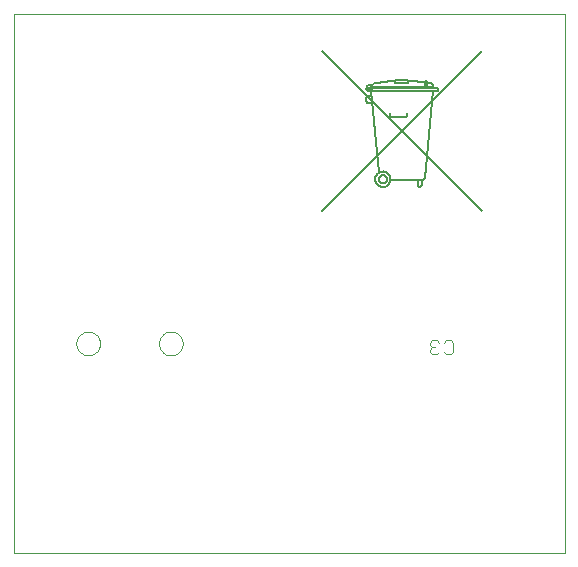
<source format=gbo>
G75*
G70*
%OFA0B0*%
%FSLAX24Y24*%
%IPPOS*%
%LPD*%
%AMOC8*
5,1,8,0,0,1.08239X$1,22.5*
%
%ADD10C,0.0000*%
%ADD11C,0.0040*%
%ADD12C,0.0079*%
D10*
X000180Y000180D02*
X000180Y018176D01*
X018550Y018176D01*
X018550Y000180D01*
X000180Y000180D01*
X002264Y007180D02*
X002266Y007219D01*
X002272Y007258D01*
X002282Y007296D01*
X002295Y007333D01*
X002312Y007368D01*
X002332Y007402D01*
X002356Y007433D01*
X002383Y007462D01*
X002412Y007488D01*
X002444Y007511D01*
X002478Y007531D01*
X002514Y007547D01*
X002551Y007559D01*
X002590Y007568D01*
X002629Y007573D01*
X002668Y007574D01*
X002707Y007571D01*
X002746Y007564D01*
X002783Y007553D01*
X002820Y007539D01*
X002855Y007521D01*
X002888Y007500D01*
X002919Y007475D01*
X002947Y007448D01*
X002972Y007418D01*
X002994Y007385D01*
X003013Y007351D01*
X003028Y007315D01*
X003040Y007277D01*
X003048Y007239D01*
X003052Y007200D01*
X003052Y007160D01*
X003048Y007121D01*
X003040Y007083D01*
X003028Y007045D01*
X003013Y007009D01*
X002994Y006975D01*
X002972Y006942D01*
X002947Y006912D01*
X002919Y006885D01*
X002888Y006860D01*
X002855Y006839D01*
X002820Y006821D01*
X002783Y006807D01*
X002746Y006796D01*
X002707Y006789D01*
X002668Y006786D01*
X002629Y006787D01*
X002590Y006792D01*
X002551Y006801D01*
X002514Y006813D01*
X002478Y006829D01*
X002444Y006849D01*
X002412Y006872D01*
X002383Y006898D01*
X002356Y006927D01*
X002332Y006958D01*
X002312Y006992D01*
X002295Y007027D01*
X002282Y007064D01*
X002272Y007102D01*
X002266Y007141D01*
X002264Y007180D01*
X005020Y007180D02*
X005022Y007219D01*
X005028Y007258D01*
X005038Y007296D01*
X005051Y007333D01*
X005068Y007368D01*
X005088Y007402D01*
X005112Y007433D01*
X005139Y007462D01*
X005168Y007488D01*
X005200Y007511D01*
X005234Y007531D01*
X005270Y007547D01*
X005307Y007559D01*
X005346Y007568D01*
X005385Y007573D01*
X005424Y007574D01*
X005463Y007571D01*
X005502Y007564D01*
X005539Y007553D01*
X005576Y007539D01*
X005611Y007521D01*
X005644Y007500D01*
X005675Y007475D01*
X005703Y007448D01*
X005728Y007418D01*
X005750Y007385D01*
X005769Y007351D01*
X005784Y007315D01*
X005796Y007277D01*
X005804Y007239D01*
X005808Y007200D01*
X005808Y007160D01*
X005804Y007121D01*
X005796Y007083D01*
X005784Y007045D01*
X005769Y007009D01*
X005750Y006975D01*
X005728Y006942D01*
X005703Y006912D01*
X005675Y006885D01*
X005644Y006860D01*
X005611Y006839D01*
X005576Y006821D01*
X005539Y006807D01*
X005502Y006796D01*
X005463Y006789D01*
X005424Y006786D01*
X005385Y006787D01*
X005346Y006792D01*
X005307Y006801D01*
X005270Y006813D01*
X005234Y006829D01*
X005200Y006849D01*
X005168Y006872D01*
X005139Y006898D01*
X005112Y006927D01*
X005088Y006958D01*
X005068Y006992D01*
X005051Y007027D01*
X005038Y007064D01*
X005028Y007102D01*
X005022Y007141D01*
X005020Y007180D01*
D11*
X014054Y007206D02*
X014054Y007129D01*
X014130Y007052D01*
X014054Y006976D01*
X014054Y006899D01*
X014130Y006822D01*
X014284Y006822D01*
X014361Y006899D01*
X014514Y006899D02*
X014591Y006822D01*
X014744Y006822D01*
X014821Y006899D01*
X014821Y007206D01*
X014744Y007282D01*
X014591Y007282D01*
X014514Y007206D01*
X014361Y007206D02*
X014284Y007282D01*
X014130Y007282D01*
X014054Y007206D01*
X014130Y007052D02*
X014207Y007052D01*
D12*
X015798Y011586D02*
X010444Y016940D01*
X011930Y015710D02*
X011930Y015700D01*
X011930Y015710D02*
X014273Y015710D01*
X014282Y015710D01*
X014292Y015710D01*
X014282Y015710D02*
X014273Y015710D01*
X014292Y015710D02*
X014301Y015709D01*
X014310Y015704D01*
X014316Y015698D01*
X014321Y015689D01*
X014322Y015680D01*
X014322Y015660D01*
X014322Y015631D01*
X014320Y015623D01*
X014316Y015617D01*
X014310Y015613D01*
X014302Y015611D01*
X014145Y015611D01*
X013298Y015611D01*
X012491Y015611D01*
X012019Y015611D01*
X012078Y015601D02*
X012353Y012885D01*
X012343Y012658D02*
X012345Y012681D01*
X012351Y012704D01*
X012361Y012725D01*
X012374Y012745D01*
X012390Y012762D01*
X012409Y012776D01*
X012430Y012786D01*
X012452Y012793D01*
X012475Y012796D01*
X012499Y012795D01*
X012521Y012790D01*
X012543Y012781D01*
X012563Y012769D01*
X012581Y012753D01*
X012595Y012735D01*
X012607Y012715D01*
X012615Y012693D01*
X012619Y012670D01*
X012619Y012646D01*
X012615Y012623D01*
X012607Y012601D01*
X012595Y012581D01*
X012581Y012563D01*
X012563Y012547D01*
X012543Y012535D01*
X012521Y012526D01*
X012499Y012521D01*
X012475Y012520D01*
X012452Y012523D01*
X012430Y012530D01*
X012409Y012540D01*
X012390Y012554D01*
X012374Y012571D01*
X012361Y012591D01*
X012351Y012612D01*
X012345Y012635D01*
X012343Y012658D01*
X012225Y012658D02*
X012227Y012689D01*
X012233Y012720D01*
X012242Y012750D01*
X012255Y012779D01*
X012272Y012806D01*
X012292Y012830D01*
X012314Y012852D01*
X012340Y012871D01*
X012367Y012887D01*
X012396Y012899D01*
X012426Y012908D01*
X012457Y012913D01*
X012489Y012914D01*
X012520Y012911D01*
X012551Y012904D01*
X012581Y012894D01*
X012609Y012880D01*
X012635Y012862D01*
X012659Y012842D01*
X012680Y012818D01*
X012699Y012793D01*
X012714Y012765D01*
X012725Y012736D01*
X012733Y012705D01*
X012737Y012674D01*
X012737Y012642D01*
X012733Y012611D01*
X012725Y012580D01*
X012714Y012551D01*
X012699Y012523D01*
X012680Y012498D01*
X012659Y012474D01*
X012635Y012454D01*
X012609Y012436D01*
X012581Y012422D01*
X012551Y012412D01*
X012520Y012405D01*
X012489Y012402D01*
X012457Y012403D01*
X012426Y012408D01*
X012396Y012417D01*
X012367Y012429D01*
X012340Y012445D01*
X012314Y012464D01*
X012292Y012486D01*
X012272Y012510D01*
X012255Y012537D01*
X012242Y012566D01*
X012233Y012596D01*
X012227Y012627D01*
X012225Y012658D01*
X012747Y012629D02*
X013741Y012619D01*
X013771Y012599D02*
X013771Y012471D01*
X013770Y012471D02*
X013769Y012458D01*
X013764Y012445D01*
X013757Y012434D01*
X013748Y012425D01*
X013737Y012418D01*
X013724Y012413D01*
X013711Y012412D01*
X013692Y012412D01*
X013679Y012414D01*
X013668Y012419D01*
X013657Y012426D01*
X013650Y012436D01*
X013645Y012448D01*
X013643Y012461D01*
X013643Y012599D01*
X013800Y012628D02*
X013817Y012632D01*
X013832Y012638D01*
X013847Y012648D01*
X013859Y012660D01*
X013869Y012675D01*
X013875Y012690D01*
X013879Y012707D01*
X013879Y012708D02*
X014164Y015601D01*
X014154Y015739D02*
X012117Y015739D01*
X012087Y015739D02*
X012085Y015752D01*
X012086Y015765D01*
X012090Y015778D01*
X012097Y015789D01*
X012107Y015798D01*
X011940Y015710D02*
X011942Y015729D01*
X011947Y015748D01*
X011957Y015764D01*
X011969Y015779D01*
X011984Y015791D01*
X012000Y015801D01*
X012019Y015806D01*
X012038Y015808D01*
X012057Y015806D01*
X012076Y015801D01*
X012092Y015791D01*
X012107Y015779D01*
X012119Y015764D01*
X012129Y015748D01*
X012134Y015729D01*
X012136Y015710D01*
X012134Y015691D01*
X012129Y015672D01*
X012119Y015656D01*
X012107Y015641D01*
X012092Y015629D01*
X012076Y015619D01*
X012057Y015614D01*
X012038Y015612D01*
X012019Y015614D01*
X012000Y015619D01*
X011984Y015629D01*
X011969Y015641D01*
X011957Y015656D01*
X011947Y015672D01*
X011942Y015691D01*
X011940Y015710D01*
X011930Y015700D02*
X011932Y015683D01*
X011937Y015666D01*
X011945Y015651D01*
X011956Y015637D01*
X011970Y015626D01*
X011985Y015618D01*
X012002Y015613D01*
X012019Y015611D01*
X012038Y015434D02*
X012051Y015432D01*
X012065Y015432D01*
X012078Y015434D01*
X012038Y015433D02*
X012020Y015435D01*
X012003Y015433D01*
X011986Y015428D01*
X011970Y015420D01*
X011956Y015409D01*
X011945Y015395D01*
X011937Y015379D01*
X011932Y015363D01*
X011930Y015345D01*
X011930Y015286D01*
X011931Y015269D01*
X011936Y015252D01*
X011943Y015237D01*
X011953Y015223D01*
X011965Y015211D01*
X011979Y015201D01*
X011994Y015194D01*
X012011Y015189D01*
X012028Y015188D01*
X012097Y015188D01*
X012107Y015798D02*
X012126Y015810D01*
X012146Y015820D01*
X012166Y015828D01*
X012688Y015916D02*
X012875Y015926D01*
X012885Y015956D02*
X012885Y015877D01*
X013337Y015877D01*
X013337Y015956D01*
X012885Y015956D01*
X013337Y015926D02*
X013387Y015926D01*
X013948Y015917D02*
X013949Y015887D01*
X013948Y015857D01*
X013938Y015759D01*
X014115Y015837D02*
X014130Y015828D01*
X014142Y015817D01*
X014153Y015804D01*
X014160Y015789D01*
X014165Y015772D01*
X014166Y015755D01*
X014164Y015739D01*
X013948Y015917D02*
X013945Y015925D01*
X013940Y015933D01*
X013932Y015937D01*
X013923Y015939D01*
X013914Y015937D01*
X013906Y015933D01*
X013901Y015925D01*
X013898Y015917D01*
X013997Y015877D02*
X014037Y015866D01*
X014077Y015853D01*
X014115Y015837D01*
X013899Y015768D02*
X013895Y015817D01*
X013895Y015867D01*
X013899Y015916D01*
X013288Y014863D02*
X013288Y014834D01*
X013288Y014804D01*
X013287Y014791D01*
X013282Y014778D01*
X013275Y014767D01*
X013266Y014758D01*
X013255Y014751D01*
X013242Y014746D01*
X013229Y014745D01*
X012767Y014745D01*
X012757Y014746D01*
X012748Y014750D01*
X012739Y014756D01*
X012733Y014764D01*
X012729Y014774D01*
X012728Y014784D01*
X012727Y014784D02*
X012727Y014853D01*
X012363Y015877D02*
X012297Y015863D01*
X012231Y015847D01*
X012166Y015828D01*
X013879Y015897D02*
X013938Y015888D01*
X013997Y015877D01*
X015778Y016920D02*
X010463Y011605D01*
X012363Y015877D02*
X012470Y015895D01*
X012579Y015908D01*
X012688Y015917D01*
X013741Y012619D02*
X013770Y012625D01*
X013800Y012629D01*
X013879Y015896D02*
X013716Y015913D01*
X013551Y015923D01*
X013387Y015926D01*
M02*

</source>
